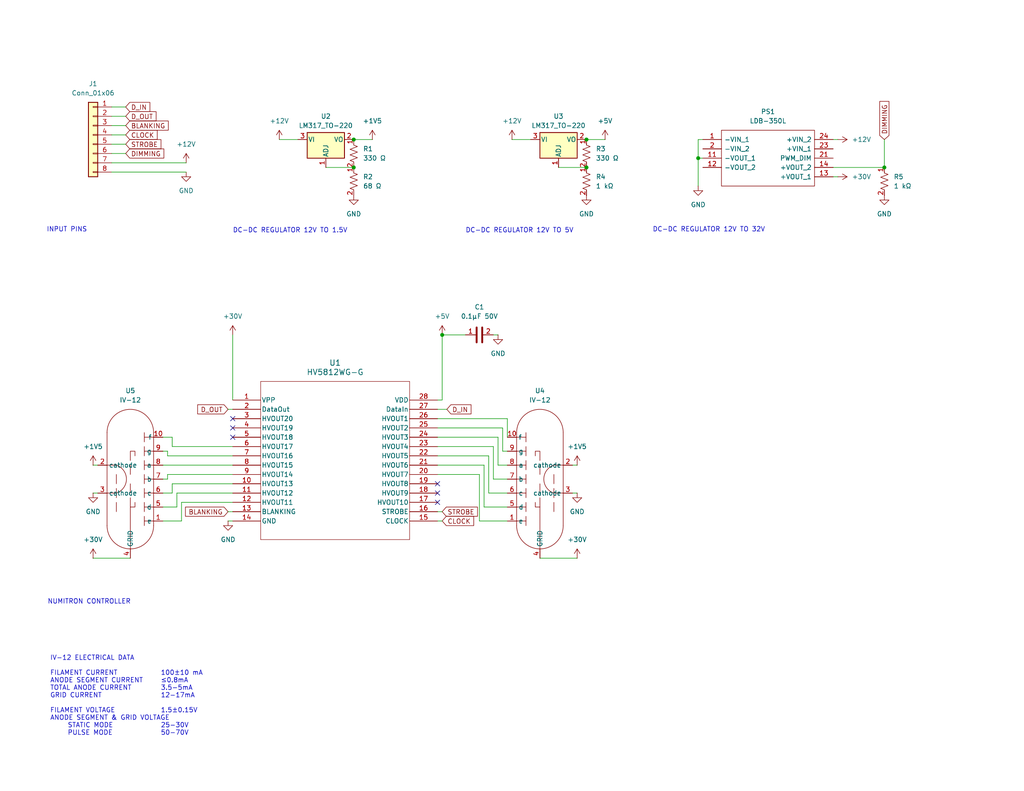
<source format=kicad_sch>
(kicad_sch (version 20231120) (generator "eeschema") (generator_version "8.0")
  (paper "USLetter")
  (title_block (title "IV-12 NUMITRON DRIVER") (rev "1") (company "AL LEVINE"))
  (lib_symbols
    (symbol "Connector_Generic:Conn_01x08" (pin_names (offset 1.016) hide)
      (property "Reference" "J" (at 0 10.16 0))
      (property "Value" "Conn_01x08" (at 0 -12.7 0))
      (symbol "Conn_01x08_1_1"
        (rectangle (start -1.27 -10.033) (end 0 -10.287) (stroke (width 0.1524)))
        (rectangle (start -1.27 -7.493) (end 0 -7.747) (stroke (width 0.1524)))
        (rectangle (start -1.27 -4.953) (end 0 -5.207) (stroke (width 0.1524)))
        (rectangle (start -1.27 -2.413) (end 0 -2.667) (stroke (width 0.1524)))
        (rectangle (start -1.27 0.127) (end 0 -0.127) (stroke (width 0.1524)))
        (rectangle (start -1.27 2.667) (end 0 2.413) (stroke (width 0.1524)))
        (rectangle (start -1.27 5.207) (end 0 4.953) (stroke (width 0.1524)))
        (rectangle (start -1.27 7.747) (end 0 7.493) (stroke (width 0.1524)))
        (rectangle (start -1.27 8.89) (end 1.27 -11.43) (stroke (width 0.254)) (fill (type background)))
        (pin passive line (at -5.08 7.62 0) (length 3.81) (name "Pin_1") (number "1"))
        (pin passive line (at -5.08 5.08 0) (length 3.81) (name "Pin_2") (number "2"))
        (pin passive line (at -5.08 2.54 0) (length 3.81) (name "Pin_3") (number "3"))
        (pin passive line (at -5.08 0 0) (length 3.81) (name "Pin_4") (number "4"))
        (pin passive line (at -5.08 -2.54 0) (length 3.81) (name "Pin_5") (number "5"))
        (pin passive line (at -5.08 -5.08 0) (length 3.81) (name "Pin_6") (number "6"))
        (pin passive line (at -5.08 -7.62 0) (length 3.81) (name "Pin_7") (number "7"))
        (pin passive line (at -5.08 -10.16 0) (length 3.81) (name "Pin_8") (number "8"))
      )
    )
    (symbol "Device:C" (pin_names (offset 0.254))
      (property "Reference" "C" (at 0.635 2.54 0))
      (property "Value" "C" (at 0.635 -2.54 0))
      (symbol "C_0_1"
        (polyline (pts (xy -2.032 -0.762) (xy 2.032 -0.762)) (stroke (width 0.508)))
        (polyline (pts (xy -2.032 0.762) (xy 2.032 0.762)) (stroke (width 0.508)))
      )
      (symbol "C_1_1"
        (pin passive line (at 0 3.81 270) (length 2.794) (name "~") (number "1"))
        (pin passive line (at 0 -3.81 90) (length 2.794) (name "~") (number "2"))
      )
    )
    (symbol "Device:R_US" (pin_names (offset 0))
      (property "Reference" "R" (at 2.54 0 90))
      (property "Value" "R_US" (at -2.54 0 90))
      (symbol "R_US_0_1"
        (polyline (pts (xy 0 -2.286) (xy 0 -2.54)))
        (polyline (pts (xy 0 2.286) (xy 0 2.54)))
        (polyline (pts (xy 0 -0.762) (xy 1.016 -1.143) (xy 0 -1.524) (xy -1.016 -1.905) (xy 0 -2.286)))
        (polyline (pts (xy 0 0.762) (xy 1.016 0.381) (xy 0 0) (xy -1.016 -0.381) (xy 0 -0.762)))
        (polyline (pts (xy 0 2.286) (xy 1.016 1.905) (xy 0 1.524) (xy -1.016 1.143) (xy 0 0.762)))
      )
      (symbol "R_US_1_1"
        (pin passive line (at 0 3.81 270) (length 1.27) (name "~") (number "1"))
        (pin passive line (at 0 -3.81 90) (length 1.27) (name "~") (number "2"))
      )
    )
    (symbol "NewSymbols:HV5812WG-G" (pin_names (offset 0.254))
      (property "Reference" "U" (at 27.94 10.16 0))
      (property "Value" "HV5812WG-G" (at 27.94 7.62 0))
      (symbol "HV5812WG-G_0_1"
        (polyline (pts (xy 7.62 -38.1) (xy 48.26 -38.1)) (stroke (width 0.127)))
        (polyline (pts (xy 7.62 5.08) (xy 7.62 -38.1)) (stroke (width 0.127)))
        (polyline (pts (xy 48.26 -38.1) (xy 48.26 5.08)) (stroke (width 0.127)))
        (polyline (pts (xy 48.26 5.08) (xy 7.62 5.08)) (stroke (width 0.127)))
        (pin power_in line (at 0 0 0) (length 7.62) (name "VPP") (number "1"))
        (pin output line (at 0 -22.86 0) (length 7.62) (name "HVOUT13") (number "10"))
        (pin output line (at 0 -25.4 0) (length 7.62) (name "HVOUT12") (number "11"))
        (pin output line (at 0 -27.94 0) (length 7.62) (name "HVOUT11") (number "12"))
        (pin unspecified line (at 0 -30.48 0) (length 7.62) (name "BLANKING") (number "13"))
        (pin power_out line (at 0 -33.02 0) (length 7.62) (name "GND") (number "14"))
        (pin unspecified line (at 55.88 -33.02 180) (length 7.62) (name "CLOCK") (number "15"))
        (pin unspecified line (at 55.88 -30.48 180) (length 7.62) (name "STROBE") (number "16"))
        (pin output line (at 55.88 -27.94 180) (length 7.62) (name "HVOUT10") (number "17"))
        (pin output line (at 55.88 -25.4 180) (length 7.62) (name "HVOUT9") (number "18"))
        (pin output line (at 55.88 -22.86 180) (length 7.62) (name "HVOUT8") (number "19"))
        (pin output line (at 0 -2.54 0) (length 7.62) (name "DataOut") (number "2"))
        (pin output line (at 55.88 -20.32 180) (length 7.62) (name "HVOUT7") (number "20"))
        (pin output line (at 55.88 -17.78 180) (length 7.62) (name "HVOUT6") (number "21"))
        (pin output line (at 55.88 -15.24 180) (length 7.62) (name "HVOUT5") (number "22"))
        (pin output line (at 55.88 -12.7 180) (length 7.62) (name "HVOUT4") (number "23"))
        (pin output line (at 55.88 -10.16 180) (length 7.62) (name "HVOUT3") (number "24"))
        (pin output line (at 55.88 -7.62 180) (length 7.62) (name "HVOUT2") (number "25"))
        (pin output line (at 55.88 -5.08 180) (length 7.62) (name "HVOUT1") (number "26"))
        (pin input line (at 55.88 -2.54 180) (length 7.62) (name "DataIn") (number "27"))
        (pin power_in line (at 55.88 0 180) (length 7.62) (name "VDD") (number "28"))
        (pin output line (at 0 -5.08 0) (length 7.62) (name "HVOUT20") (number "3"))
        (pin output line (at 0 -7.62 0) (length 7.62) (name "HVOUT19") (number "4"))
        (pin output line (at 0 -10.16 0) (length 7.62) (name "HVOUT18") (number "5"))
        (pin output line (at 0 -12.7 0) (length 7.62) (name "HVOUT17") (number "6"))
        (pin output line (at 0 -15.24 0) (length 7.62) (name "HVOUT16") (number "7"))
        (pin output line (at 0 -17.78 0) (length 7.62) (name "HVOUT15") (number "8"))
        (pin output line (at 0 -20.32 0) (length 7.62) (name "HVOUT14") (number "9"))
      )
    )
    (symbol "NewSymbols:IV-12"
      (property "Reference" "U" (at 0 -13.208 0))
      (symbol "IV-12_0_1"
        (arc (start -12.7 6.35) (mid -19.05 0) (end -12.7 -6.35))
        (polyline (pts (xy -12.7 -6.35) (xy 12.7 -6.35)))
        (polyline (pts (xy -12.7 6.35) (xy 12.7 6.35)))
        (polyline (pts (xy -11.43 3.81) (xy -11.43 6.35)))
        (polyline (pts (xy -10.16 3.81) (xy -12.7 3.81)))
        (polyline (pts (xy -7.62 0) (xy -19.05 0)))
        (polyline (pts (xy -7.62 3.81) (xy -7.62 6.35)))
        (polyline (pts (xy -6.35 -3.81) (xy -8.89 -3.81)))
        (polyline (pts (xy -6.35 3.81) (xy -8.89 3.81)))
        (polyline (pts (xy -3.81 -3.81) (xy -3.81 -6.35)))
        (polyline (pts (xy -3.81 3.81) (xy -3.81 6.35)))
        (polyline (pts (xy -2.54 -3.81) (xy -5.08 -3.81)))
        (polyline (pts (xy -2.54 3.81) (xy -5.08 3.81)))
        (polyline (pts (xy -1.27 -3.81) (xy 1.27 -3.81)))
        (polyline (pts (xy -1.27 0) (xy -3.81 0)))
        (polyline (pts (xy -1.27 3.81) (xy 1.27 3.81)))
        (polyline (pts (xy 0 3.81) (xy 0 6.35)))
        (polyline (pts (xy 1.27 0) (xy 3.81 0)))
        (polyline (pts (xy 2.54 3.81) (xy 5.08 3.81)))
        (polyline (pts (xy 3.81 -3.81) (xy 3.81 -6.35)))
        (polyline (pts (xy 3.81 3.81) (xy 3.81 6.35)))
        (polyline (pts (xy 6.35 3.81) (xy 8.89 3.81)))
        (polyline (pts (xy 7.62 3.81) (xy 7.62 6.35)))
        (polyline (pts (xy 10.16 3.81) (xy 12.7 3.81)))
        (polyline (pts (xy 11.43 3.81) (xy 11.43 6.35)))
        (polyline (pts (xy -5.08 0) (xy -7.62 0) (xy -7.62 1.27) (xy -6.35 1.27)))
        (polyline (pts (xy 5.08 0) (xy 7.62 0) (xy 7.62 1.27) (xy 6.35 1.27)))
        (arc (start 3.81 -3.81) (mid 0 -1.0639) (end -3.81 -3.81))
        (arc (start 12.7 -6.35) (mid 19.05 0) (end 12.7 6.35))
      )
      (symbol "IV-12_1_1"
        (pin input line (at -11.43 8.89 270) (length 2.54) (name "e") (number "1"))
        (pin input line (at 11.43 8.89 270) (length 2.54) (name "f") (number "10"))
        (pin power_in line (at 3.81 -8.89 90) (length 2.54) (name "cathode") (number "2"))
        (pin power_in line (at -3.81 -8.89 90) (length 2.54) (name "cathode") (number "3"))
        (pin input line (at -21.59 0 0) (length 2.54) (name "GRID") (number "4"))
        (pin input line (at -7.62 8.89 270) (length 2.54) (name "d") (number "5"))
        (pin input line (at -3.81 8.89 270) (length 2.54) (name "c") (number "6"))
        (pin input line (at 0 8.89 270) (length 2.54) (name "b") (number "7"))
        (pin input line (at 3.81 8.89 270) (length 2.54) (name "a") (number "8"))
        (pin input line (at 7.62 8.89 270) (length 2.54) (name "g") (number "9"))
      )
    )
    (symbol "NewSymbols:LDB-600L" (pin_names (offset 0.762))
      (property "Reference" "PS" (at 31.75 7.62 0))
      (property "Value" "LDB-600L" (at 31.75 5.08 0))
      (symbol "LDB-600L_0_0"
        (pin passive line (at 0 0 0) (length 5.08) (name "-VIN_1") (number "1"))
        (pin passive line (at 0 -5.08 0) (length 5.08) (name "-VOUT_1") (number "11"))
        (pin passive line (at 0 -7.62 0) (length 5.08) (name "-VOUT_2") (number "12"))
        (pin passive line (at 35.56 -10.16 180) (length 5.08) (name "+VOUT_1") (number "13"))
        (pin passive line (at 35.56 -7.62 180) (length 5.08) (name "+VOUT_2") (number "14"))
        (pin passive line (at 0 -2.54 0) (length 5.08) (name "-VIN_2") (number "2"))
        (pin passive line (at 35.56 -5.08 180) (length 5.08) (name "PWM_DIM") (number "21"))
        (pin passive line (at 35.56 -2.54 180) (length 5.08) (name "+VIN_1") (number "23"))
        (pin passive line (at 35.56 0 180) (length 5.08) (name "+VIN_2") (number "24"))
      )
      (symbol "LDB-600L_0_1"
        (polyline (pts (xy 5.08 2.54) (xy 30.48 2.54) (xy 30.48 -12.7) (xy 5.08 -12.7) (xy 5.08 2.54)) (stroke (width 0.1524)))
      )
    )
    (symbol "R_US_1" (pin_names (offset 0))
      (property "Reference" "R" (at 2.54 0 90))
      (property "Value" "R_US" (at -2.54 0 90))
      (symbol "R_US_1_0_1"
        (polyline (pts (xy 0 -2.286) (xy 0 -2.54)))
        (polyline (pts (xy 0 2.286) (xy 0 2.54)))
        (polyline (pts (xy 0 -0.762) (xy 1.016 -1.143) (xy 0 -1.524) (xy -1.016 -1.905) (xy 0 -2.286)))
        (polyline (pts (xy 0 0.762) (xy 1.016 0.381) (xy 0 0) (xy -1.016 -0.381) (xy 0 -0.762)))
        (polyline (pts (xy 0 2.286) (xy 1.016 1.905) (xy 0 1.524) (xy -1.016 1.143) (xy 0 0.762)))
      )
      (symbol "R_US_1_1_1"
        (pin passive line (at 0 3.81 270) (length 1.27) (name "~") (number "1"))
        (pin passive line (at 0 -3.81 90) (length 1.27) (name "~") (number "2"))
      )
    )
    (symbol "R_US_2" (pin_names (offset 0))
      (property "Reference" "R" (at 2.54 0 90))
      (property "Value" "R_US" (at -2.54 0 90))
      (symbol "R_US_2_0_1"
        (polyline (pts (xy 0 -2.286) (xy 0 -2.54)))
        (polyline (pts (xy 0 2.286) (xy 0 2.54)))
        (polyline (pts (xy 0 -0.762) (xy 1.016 -1.143) (xy 0 -1.524) (xy -1.016 -1.905) (xy 0 -2.286)))
        (polyline (pts (xy 0 0.762) (xy 1.016 0.381) (xy 0 0) (xy -1.016 -0.381) (xy 0 -0.762)))
        (polyline (pts (xy 0 2.286) (xy 1.016 1.905) (xy 0 1.524) (xy -1.016 1.143) (xy 0 0.762)))
      )
      (symbol "R_US_2_1_1"
        (pin passive line (at 0 3.81 270) (length 1.27) (name "~") (number "1"))
        (pin passive line (at 0 -3.81 90) (length 1.27) (name "~") (number "2"))
      )
    )
    (symbol "R_US_3" (pin_names (offset 0))
      (property "Reference" "R" (at 2.54 0 90))
      (property "Value" "R_US" (at -2.54 0 90))
      (symbol "R_US_3_0_1"
        (polyline (pts (xy 0 -2.286) (xy 0 -2.54)))
        (polyline (pts (xy 0 2.286) (xy 0 2.54)))
        (polyline (pts (xy 0 -0.762) (xy 1.016 -1.143) (xy 0 -1.524) (xy -1.016 -1.905) (xy 0 -2.286)))
        (polyline (pts (xy 0 0.762) (xy 1.016 0.381) (xy 0 0) (xy -1.016 -0.381) (xy 0 -0.762)))
        (polyline (pts (xy 0 2.286) (xy 1.016 1.905) (xy 0 1.524) (xy -1.016 1.143) (xy 0 0.762)))
      )
      (symbol "R_US_3_1_1"
        (pin passive line (at 0 3.81 270) (length 1.27) (name "~") (number "1"))
        (pin passive line (at 0 -3.81 90) (length 1.27) (name "~") (number "2"))
      )
    )
    (symbol "Regulator_Linear:LM317_TO-220" (pin_names (offset 0.254))
      (property "Reference" "U" (at -3.81 3.175 0))
      (property "Value" "LM317_TO-220" (at 0 3.175 0))
      (symbol "LM317_TO-220_0_1"
        (rectangle (start -5.08 1.905) (end 5.08 -5.08) (stroke (width 0.254)) (fill (type background)))
      )
      (symbol "LM317_TO-220_1_1"
        (pin input line (at 0 -7.62 90) (length 2.54) (name "ADJ") (number "1"))
        (pin power_out line (at 7.62 0 180) (length 2.54) (name "VO") (number "2"))
        (pin power_in line (at -7.62 0 0) (length 2.54) (name "VI") (number "3"))
      )
    )
    (symbol "power:+12V" (power) (pin_numbers hide) (pin_names (offset 0) hide)
      (property "Value" "+12V" (at 0 3.556 0))
      (symbol "+12V_0_1"
        (polyline (pts (xy -0.762 1.27) (xy 0 2.54)))
        (polyline (pts (xy 0 0) (xy 0 2.54)))
        (polyline (pts (xy 0 2.54) (xy 0.762 1.27)))
      )
      (symbol "+12V_1_1"
        (pin power_in line (at 0 0 90) (length 0) (name "~") (number "1"))
      )
    )
    (symbol "power:+1V5" (power) (pin_numbers hide) (pin_names (offset 0) hide)
      (property "Value" "+1V5" (at 0 3.556 0))
      (symbol "+1V5_0_1"
        (polyline (pts (xy -0.762 1.27) (xy 0 2.54)))
        (polyline (pts (xy 0 0) (xy 0 2.54)))
        (polyline (pts (xy 0 2.54) (xy 0.762 1.27)))
      )
      (symbol "+1V5_1_1"
        (pin power_in line (at 0 0 90) (length 0) (name "~") (number "1"))
      )
    )
    (symbol "power:+24V" (power) (pin_numbers hide) (pin_names (offset 0) hide)
      (property "Value" "+24V" (at 0 3.556 0))
      (symbol "+24V_0_1"
        (polyline (pts (xy -0.762 1.27) (xy 0 2.54)))
        (polyline (pts (xy 0 0) (xy 0 2.54)))
        (polyline (pts (xy 0 2.54) (xy 0.762 1.27)))
      )
      (symbol "+24V_1_1"
        (pin power_in line (at 0 0 90) (length 0) (name "~") (number "1"))
      )
    )
    (symbol "power:+36V" (power) (pin_numbers hide) (pin_names (offset 0) hide)
      (property "Value" "+36V" (at 0 3.556 0))
      (symbol "+36V_0_1"
        (polyline (pts (xy -0.762 1.27) (xy 0 2.54)))
        (polyline (pts (xy 0 0) (xy 0 2.54)))
        (polyline (pts (xy 0 2.54) (xy 0.762 1.27)))
      )
      (symbol "+36V_1_1"
        (pin power_in line (at 0 0 90) (length 0) (name "~") (number "1"))
      )
    )
    (symbol "power:+5V" (power) (pin_numbers hide) (pin_names (offset 0) hide)
      (property "Value" "+5V" (at 0 3.556 0))
      (symbol "+5V_0_1"
        (polyline (pts (xy -0.762 1.27) (xy 0 2.54)))
        (polyline (pts (xy 0 0) (xy 0 2.54)))
        (polyline (pts (xy 0 2.54) (xy 0.762 1.27)))
      )
      (symbol "+5V_1_1"
        (pin power_in line (at 0 0 90) (length 0) (name "~") (number "1"))
      )
    )
    (symbol "power:GND" (power) (pin_numbers hide) (pin_names (offset 0) hide)
      (property "Value" "GND" (at 0 -3.81 0))
      (symbol "GND_0_1"
        (polyline (pts (xy 0 0) (xy 0 -1.27) (xy 1.27 -1.27) (xy 0 -2.54) (xy -1.27 -1.27) (xy 0 -1.27)))
      )
      (symbol "GND_1_1"
        (pin power_in line (at 0 0 270) (length 0) (name "~") (number "1"))
      )
    )
  )
  (junction (at 241.3 45.72))
  (junction (at 160.02 45.72))
  (junction (at 190.5 43.18))
  (junction (at 96.52 45.72))
  (junction (at 96.52 38.1))
  (junction (at 120.65 91.44))
  (junction (at 160.02 38.1))
  (no_connect (at 119.38 132.08))
  (no_connect (at 63.5 114.3))
  (no_connect (at 119.38 134.62))
  (no_connect (at 119.38 137.16))
  (no_connect (at 63.5 119.38))
  (no_connect (at 63.5 116.84))
  (wire (pts (xy 63.5 137.16) (xy 49.53 137.16)))
  (wire (pts (xy 30.48 36.83) (xy 34.29 36.83)))
  (wire (pts (xy 35.56 152.4) (xy 25.4 152.4)))
  (wire (pts (xy 101.6 38.1) (xy 96.52 38.1)))
  (wire (pts (xy 119.38 114.3) (xy 138.43 114.3)))
  (wire (pts (xy 227.33 38.1) (xy 228.6 38.1)))
  (wire (pts (xy 152.4 45.72) (xy 160.02 45.72)))
  (wire (pts (xy 26.67 127) (xy 25.4 127)))
  (wire (pts (xy 190.5 38.1) (xy 190.5 43.18)))
  (wire (pts (xy 135.89 127) (xy 135.89 119.38)))
  (wire (pts (xy 138.43 127) (xy 135.89 127)))
  (wire (pts (xy 46.99 119.38) (xy 44.45 119.38)))
  (wire (pts (xy 227.33 48.26) (xy 228.6 48.26)))
  (wire (pts (xy 81.28 38.1) (xy 76.2 38.1)))
  (wire (pts (xy 120.65 91.44) (xy 127 91.44)))
  (wire (pts (xy 138.43 119.38) (xy 138.43 114.3)))
  (wire (pts (xy 132.08 138.43) (xy 138.43 138.43)))
  (wire (pts (xy 138.43 134.62) (xy 133.35 134.62)))
  (wire (pts (xy 30.48 34.29) (xy 34.29 34.29)))
  (wire (pts (xy 191.77 43.18) (xy 190.5 43.18)))
  (wire (pts (xy 46.99 121.92) (xy 63.5 121.92)))
  (wire (pts (xy 45.72 130.81) (xy 44.45 130.81)))
  (wire (pts (xy 119.38 127) (xy 132.08 127)))
  (wire (pts (xy 46.99 132.08) (xy 63.5 132.08)))
  (wire (pts (xy 138.43 142.24) (xy 130.81 142.24)))
  (wire (pts (xy 137.16 116.84) (xy 137.16 123.19)))
  (wire (pts (xy 227.33 45.72) (xy 241.3 45.72)))
  (wire (pts (xy 144.78 38.1) (xy 139.7 38.1)))
  (wire (pts (xy 45.72 129.54) (xy 45.72 130.81)))
  (wire (pts (xy 147.32 152.4) (xy 157.48 152.4)))
  (wire (pts (xy 30.48 44.45) (xy 50.8 44.45)))
  (wire (pts (xy 241.3 38.1) (xy 241.3 45.72)))
  (wire (pts (xy 46.99 119.38) (xy 46.99 121.92)))
  (wire (pts (xy 120.65 109.22) (xy 119.38 109.22)))
  (wire (pts (xy 157.48 134.62) (xy 156.21 134.62)))
  (wire (pts (xy 49.53 137.16) (xy 49.53 142.24)))
  (wire (pts (xy 44.45 127) (xy 63.5 127)))
  (wire (pts (xy 134.62 121.92) (xy 134.62 130.81)))
  (wire (pts (xy 62.23 139.7) (xy 63.5 139.7)))
  (wire (pts (xy 121.92 111.76) (xy 119.38 111.76)))
  (wire (pts (xy 30.48 29.21) (xy 34.29 29.21)))
  (wire (pts (xy 62.23 142.24) (xy 63.5 142.24)))
  (wire (pts (xy 48.26 134.62) (xy 48.26 138.43)))
  (wire (pts (xy 156.21 127) (xy 157.48 127)))
  (wire (pts (xy 46.99 134.62) (xy 46.99 132.08)))
  (wire (pts (xy 63.5 129.54) (xy 45.72 129.54)))
  (wire (pts (xy 119.38 116.84) (xy 137.16 116.84)))
  (wire (pts (xy 133.35 134.62) (xy 133.35 124.46)))
  (wire (pts (xy 88.9 45.72) (xy 96.52 45.72)))
  (wire (pts (xy 49.53 142.24) (xy 44.45 142.24)))
  (wire (pts (xy 44.45 123.19) (xy 45.72 123.19)))
  (wire (pts (xy 48.26 138.43) (xy 44.45 138.43)))
  (wire (pts (xy 45.72 124.46) (xy 63.5 124.46)))
  (wire (pts (xy 132.08 127) (xy 132.08 138.43)))
  (wire (pts (xy 190.5 43.18) (xy 190.5 50.8)))
  (wire (pts (xy 30.48 39.37) (xy 34.29 39.37)))
  (wire (pts (xy 134.62 130.81) (xy 138.43 130.81)))
  (wire (pts (xy 120.65 139.7) (xy 119.38 139.7)))
  (wire (pts (xy 30.48 31.75) (xy 34.29 31.75)))
  (wire (pts (xy 30.48 46.99) (xy 50.8 46.99)))
  (wire (pts (xy 25.4 134.62) (xy 26.67 134.62)))
  (wire (pts (xy 120.65 142.24) (xy 119.38 142.24)))
  (wire (pts (xy 63.5 134.62) (xy 48.26 134.62)))
  (wire (pts (xy 190.5 38.1) (xy 191.77 38.1)))
  (wire (pts (xy 130.81 142.24) (xy 130.81 129.54)))
  (wire (pts (xy 130.81 129.54) (xy 119.38 129.54)))
  (wire (pts (xy 44.45 134.62) (xy 46.99 134.62)))
  (wire (pts (xy 62.23 111.76) (xy 63.5 111.76)))
  (wire (pts (xy 137.16 123.19) (xy 138.43 123.19)))
  (wire (pts (xy 133.35 124.46) (xy 119.38 124.46)))
  (wire (pts (xy 119.38 119.38) (xy 135.89 119.38)))
  (wire (pts (xy 165.1 38.1) (xy 160.02 38.1)))
  (wire (pts (xy 134.62 91.44) (xy 135.89 91.44)))
  (wire (pts (xy 120.65 91.44) (xy 120.65 109.22)))
  (wire (pts (xy 119.38 121.92) (xy 134.62 121.92)))
  (wire (pts (xy 63.5 91.44) (xy 63.5 109.22)))
  (wire (pts (xy 30.48 41.91) (xy 34.29 41.91)))
  (wire (pts (xy 45.72 123.19) (xy 45.72 124.46)))
  (text_box "IV-12 ELECTRICAL DATA\n\nFILAMENT CURRENT		100±10 mA\nANODE SEGMENT CURRENT	≤0.8mA\nTOTAL ANODE CURRENT		3.5-5mA\nGRID CURRENT			12-17mA\n\nFILAMENT VOLTAGE		1.5±0.15V\nANODE SEGMENT & GRID VOLTAGE\n	STATIC MODE			25-30V\n	PULSE MODE			50-70V" (at 12.7 177.8 0) (size 50.8 25.4) (stroke (width -0.0001)) (effects (font (size 1.27 1.27)) (justify left top)))
  (text "INPUT PINS" (at 12.7 63.5 0) (effects (font (size 1.27 1.27)) (justify left bottom)))
  (text "DC-DC REGULATOR 12V TO 1.5V" (at 63.5 63.754 0) (effects (font (size 1.27 1.27)) (justify left bottom)))
  (text "DC-DC REGULATOR 12V TO 32V" (at 178.054 63.5 0) (effects (font (size 1.27 1.27)) (justify left bottom)))
  (text "DC-DC REGULATOR 12V TO 5V" (at 127 63.754 0) (effects (font (size 1.27 1.27)) (justify left bottom)))
  (text "NUMITRON CONTROLLER" (at 12.954 165.1 0) (effects (font (size 1.27 1.27)) (justify left bottom)))
  (global_label "D_OUT" (shape input) (at 34.29 31.75 0) (property "Intersheetrefs" "${INTERSHEET_REFS}" (effects (hide yes))))
  (global_label "CLOCK" (shape input) (at 34.29 36.83 0) (property "Intersheetrefs" "${INTERSHEET_REFS}" (effects (hide yes))))
  (global_label "STROBE" (shape input) (at 120.65 139.7 0) (property "Intersheetrefs" "${INTERSHEET_REFS}" (effects (hide yes))))
  (global_label "STROBE" (shape input) (at 34.29 39.37 0) (property "Intersheetrefs" "${INTERSHEET_REFS}" (effects (hide yes))))
  (global_label "DIMMING" (shape input) (at 34.29 41.91 0) (property "Intersheetrefs" "${INTERSHEET_REFS}" (effects (hide yes))))
  (global_label "D_OUT" (shape input) (at 62.23 111.76 180) (property "Intersheetrefs" "${INTERSHEET_REFS}" (effects (hide yes))))
  (global_label "BLANKING" (shape input) (at 34.29 34.29 0) (property "Intersheetrefs" "${INTERSHEET_REFS}" (effects (hide yes))))
  (global_label "DIMMING" (shape input) (at 241.3 38.1 90) (property "Intersheetrefs" "${INTERSHEET_REFS}" (effects (hide yes))))
  (global_label "CLOCK" (shape input) (at 120.65 142.24 0) (property "Intersheetrefs" "${INTERSHEET_REFS}" (effects (hide yes))))
  (global_label "BLANKING" (shape input) (at 62.23 139.7 180) (property "Intersheetrefs" "${INTERSHEET_REFS}" (effects (hide yes))))
  (global_label "D_IN" (shape input) (at 121.92 111.76 0) (property "Intersheetrefs" "${INTERSHEET_REFS}" (effects (hide yes))))
  (global_label "D_IN" (shape input) (at 34.29 29.21 0) (property "Intersheetrefs" "${INTERSHEET_REFS}" (effects (hide yes))))
  (symbol (lib_name "R_US_2") (lib_id "Device:R_US") (at 160.02 49.53 0) (unit 1)
    (property "Reference" "R4" (at 162.56 48.2599 0) (effects (justify left)))
    (property "Value" "1 kΩ" (at 162.56 50.7999 0) (effects (justify left)))
    (property "Footprint" "Resistor_SMD:R_1206_3216Metric_Pad1.30x1.75mm_HandSolder" (effects (hide yes)))
    (property "Datasheet" "https://www.vishay.com/docs/20035/dcrcwe3.pdf" (effects (hide yes)))
    (property "Description" "RES SMD 1K OHM 1% 1/4W 1206" (effects (hide yes)))
    (property "MFR" "Vishay Dale" (effects (hide yes)))
    (property "Part No" "CRCW040248R7FKED" (effects (hide yes)))
    (property "Manufacturer_Name" "Vishay Dale" (effects (hide yes)))
    (property "Manufacturer_Part_Number" "CRCW12061K00FKEA" (effects (hide yes)))
  )
  (symbol (lib_id "power:+36V") (at 228.6 48.26 270) (unit 1)
    (property "Reference" "#PWR021" (effects (hide yes)))
    (property "Value" "+30V" (at 232.41 48.2599 90) (effects (justify left)))
    (property "Description" "Power symbol creates a global label with name \"+36V\"" (effects (hide yes)))
  )
  (symbol (lib_id "Regulator_Linear:LM317_TO-220") (at 88.9 38.1 0) (unit 1)
    (property "Reference" "U2" (at 88.9 31.75 0))
    (property "Value" "LM317_TO-220" (at 88.9 34.29 0))
    (property "Footprint" "Package_TO_SOT_THT:TO-220-3_Vertical" (effects (hide yes)))
    (property "Datasheet" "http://www.ti.com/lit/ds/symlink/lm317.pdf" (effects (hide yes)))
    (property "Description" "IC REG LIN POS ADJ 1.5A TO220-3" (effects (hide yes)))
    (property "MFR" "Texas Instruments" (effects (hide yes)))
    (property "Part No" "LM317TNS/NOPB-ND" (effects (hide yes)))
    (property "Manufacturer_Name" "Texas Instruments" (effects (hide yes)))
    (property "Manufacturer_Part_Number" "LM317TNS/NOPB-ND" (effects (hide yes)))
  )
  (symbol (lib_id "NewSymbols:HV5812WG-G") (at 63.5 109.22 0) (unit 1)
    (property "Reference" "U1" (at 91.44 99.06 0) (effects (font (size 1.524 1.524))))
    (property "Value" "HV5812WG-G" (at 91.44 101.6 0) (effects (font (size 1.524 1.524))))
    (property "Footprint" "NewFootprints:SOW28_17P90X7P50_MCH" (effects (hide yes)))
    (property "Datasheet" "https://ww1.microchip.com/downloads/aemDocuments/documents/OTH/ProductDocuments/DataSheets/20005629A.pdf" (effects (hide yes)))
    (property "Description" "IC DISPLAY DVR 20CH 80V 28SOIC" (effects (hide yes)))
    (property "MFR" "Microchip Technology" (effects (hide yes)))
    (property "Part No" "HV5812WG-G" (effects (hide yes)))
    (property "Manufacturer_Name" "Microchip Technology" (effects (hide yes)))
    (property "Manufacturer_Part_Number" "HV5812WG-G" (effects (hide yes)))
  )
  (symbol (lib_id "power:+24V") (at 157.48 152.4 0) (mirror y) (unit 1)
    (property "Reference" "#PWR08" (effects (hide yes)))
    (property "Value" "+30V" (at 157.48 147.32 0))
    (property "Description" "Power symbol creates a global label with name \"+24V\"" (effects (hide yes)))
  )
  (symbol (lib_id "power:GND") (at 50.8 46.99 0) (unit 1)
    (property "Reference" "#PWR01" (effects (hide yes)))
    (property "Value" "GND" (at 50.8 52.07 0))
    (property "Description" "Power symbol creates a global label with name \"GND\" , ground" (effects (hide yes)))
  )
  (symbol (lib_id "Device:R_US") (at 96.52 49.53 0) (unit 1)
    (property "Reference" "R2" (at 99.06 48.2599 0) (effects (justify left)))
    (property "Value" "68 Ω" (at 99.06 50.7999 0) (effects (justify left)))
    (property "Footprint" "Resistor_SMD:R_1206_3216Metric_Pad1.30x1.75mm_HandSolder" (effects (hide yes)))
    (property "Datasheet" "https://www.vishay.com/docs/20035/dcrcwe3.pdf" (effects (hide yes)))
    (property "Description" "RES SMD 68 OHM 1% 1/4W 1206" (effects (hide yes)))
    (property "MFR" "Vishay Dale" (effects (hide yes)))
    (property "Part No" "CRCW040248R7FKED" (effects (hide yes)))
    (property "Manufacturer_Name" "Vishay Dale" (effects (hide yes)))
    (property "Manufacturer_Part_Number" "CRCW120668R0FKEA" (effects (hide yes)))
  )
  (symbol (lib_id "power:+12V") (at 139.7 38.1 0) (unit 1)
    (property "Reference" "#PWR015" (effects (hide yes)))
    (property "Value" "+12V" (at 139.7 33.02 0))
    (property "Description" "Power symbol creates a global label with name \"+12V\"" (effects (hide yes)))
  )
  (symbol (lib_id "power:+5V") (at 165.1 38.1 0) (unit 1)
    (property "Reference" "#PWR018" (effects (hide yes)))
    (property "Value" "+5V" (at 165.1 33.02 0))
    (property "Description" "Power symbol creates a global label with name \"+5V\"" (effects (hide yes)))
  )
  (symbol (lib_id "power:+1V5") (at 101.6 38.1 0) (unit 1)
    (property "Reference" "#PWR014" (effects (hide yes)))
    (property "Value" "+1V5" (at 101.6 33.02 0))
    (property "Description" "Power symbol creates a global label with name \"+1V5\"" (effects (hide yes)))
  )
  (symbol (lib_id "power:+1V5") (at 25.4 127 0) (unit 1)
    (property "Reference" "#PWR011" (effects (hide yes)))
    (property "Value" "+1V5" (at 25.4 121.92 0))
    (property "Description" "Power symbol creates a global label with name \"+1V5\"" (effects (hide yes)))
  )
  (symbol (lib_name "R_US_3") (lib_id "Device:R_US") (at 96.52 41.91 0) (unit 1)
    (property "Reference" "R1" (at 99.06 40.6399 0) (effects (justify left)))
    (property "Value" "330 Ω" (at 99.06 43.1799 0) (effects (justify left)))
    (property "Footprint" "Resistor_SMD:R_1206_3216Metric_Pad1.30x1.75mm_HandSolder" (effects (hide yes)))
    (property "Datasheet" "https://www.vishay.com/docs/20035/dcrcwe3.pdf" (effects (hide yes)))
    (property "Description" "RES SMD 330 OHM 1% 1/4W 1206" (effects (hide yes)))
    (property "MFR" "Vishay Dale" (effects (hide yes)))
    (property "Part No" "CRCW0402240RFKED" (effects (hide yes)))
    (property "Manufacturer_Name" "Vishay Dale" (effects (hide yes)))
    (property "Manufacturer_Part_Number" "CRCW1206330RFKEA" (effects (hide yes)))
  )
  (symbol (lib_id "power:GND") (at 25.4 134.62 0) (unit 1)
    (property "Reference" "#PWR010" (effects (hide yes)))
    (property "Value" "GND" (at 25.4 139.7 0))
    (property "Description" "Power symbol creates a global label with name \"GND\" , ground" (effects (hide yes)))
  )
  (symbol (lib_id "power:+24V") (at 25.4 152.4 0) (unit 1)
    (property "Reference" "#PWR013" (effects (hide yes)))
    (property "Value" "+30V" (at 25.4 147.32 0))
    (property "Description" "Power symbol creates a global label with name \"+24V\"" (effects (hide yes)))
  )
  (symbol (lib_id "power:+12V") (at 228.6 38.1 270) (unit 1)
    (property "Reference" "#PWR019" (effects (hide yes)))
    (property "Value" "+12V" (at 232.41 38.0999 90) (effects (justify left)))
    (property "Description" "Power symbol creates a global label with name \"+12V\"" (effects (hide yes)))
  )
  (symbol (lib_id "power:GND") (at 62.23 142.24 0) (unit 1)
    (property "Reference" "#PWR07" (effects (hide yes)))
    (property "Value" "GND" (at 62.23 147.32 0))
    (property "Description" "Power symbol creates a global label with name \"GND\" , ground" (effects (hide yes)))
  )
  (symbol (lib_id "power:GND") (at 135.89 91.44 0) (unit 1)
    (property "Reference" "#PWR09" (effects (hide yes)))
    (property "Value" "GND" (at 135.89 96.52 0))
    (property "Description" "Power symbol creates a global label with name \"GND\" , ground" (effects (hide yes)))
  )
  (symbol (lib_id "Device:C") (at 130.81 91.44 90) (unit 1)
    (property "Reference" "C1" (at 130.81 83.82 90))
    (property "Value" "0.1μF 50V" (at 130.81 86.36 90))
    (property "Footprint" "Capacitor_SMD:C_1206_3216Metric_Pad1.33x1.80mm_HandSolder" (effects (hide yes)))
    (property "Datasheet" "https://mm.digikey.com/Volume0/opasdata/d220001/medias/docus/1256/CL31B104KBCNNNC_Spec.pdf" (effects (hide yes)))
    (property "Description" "CAP CER 0.1UF 50V X7R 1206" (effects (hide yes)))
    (property "Manufacturer_Name" "Samsung Electro-Mechanics" (effects (hide yes)))
    (property "Manufacturer_Part_Number" "CL31B104KBCNNNC" (effects (hide yes)))
  )
  (symbol (lib_id "power:GND") (at 157.48 134.62 0) (unit 1)
    (property "Reference" "#PWR04" (effects (hide yes)))
    (property "Value" "GND" (at 157.48 139.7 0))
    (property "Description" "Power symbol creates a global label with name \"GND\" , ground" (effects (hide yes)))
  )
  (symbol (lib_id "power:+12V") (at 50.8 44.45 0) (unit 1)
    (property "Reference" "#PWR02" (effects (hide yes)))
    (property "Value" "+12V" (at 50.8 39.37 0))
    (property "Description" "Power symbol creates a global label with name \"+12V\"" (effects (hide yes)))
  )
  (symbol (lib_id "NewSymbols:IV-12") (at 35.56 130.81 270) (mirror x) (unit 1) (in_bom no)
    (property "Reference" "U5" (at 35.56 106.68 90))
    (property "Value" "IV-12" (at 35.56 109.22 90))
    (property "Footprint" "NewFootprints:iv-12" (effects (hide yes)))
  )
  (symbol (lib_id "Connector_Generic:Conn_01x08") (at 25.4 36.83 0) (mirror y) (unit 1)
    (property "Reference" "J1" (at 25.4 22.86 0))
    (property "Value" "Conn_01x06" (at 25.4 25.4 0))
    (property "Footprint" "NewFootprints:66100811722" (effects (hide yes)))
    (property "Datasheet" "https://www.we-online.com/katalog/datasheet/66100211722.pdf" (effects (hide yes)))
    (property "Description" "CONN HEADER R/A 8POS 2.54MM" (effects (hide yes)))
    (property "Manufacturer_Name" "Würth Elektronik" (effects (hide yes)))
    (property "Manufacturer_Part_Number" "66100811722" (effects (hide yes)))
  )
  (symbol (lib_id "power:GND") (at 160.02 53.34 0) (unit 1)
    (property "Reference" "#PWR016" (effects (hide yes)))
    (property "Value" "GND" (at 160.02 58.42 0))
    (property "Description" "Power symbol creates a global label with name \"GND\" , ground" (effects (hide yes)))
  )
  (symbol (lib_id "Regulator_Linear:LM317_TO-220") (at 152.4 38.1 0) (unit 1)
    (property "Reference" "U3" (at 152.4 31.75 0))
    (property "Value" "LM317_TO-220" (at 152.4 34.29 0))
    (property "Footprint" "Package_TO_SOT_THT:TO-220-3_Vertical" (effects (hide yes)))
    (property "Datasheet" "http://www.ti.com/lit/ds/symlink/lm317.pdf" (effects (hide yes)))
    (property "Description" "IC REG LIN POS ADJ 1.5A TO220-3" (effects (hide yes)))
    (property "MFR" "Texas Instruments" (effects (hide yes)))
    (property "Part No" "LM317TNS/NOPB-ND" (effects (hide yes)))
    (property "Manufacturer_Name" "Texas Instruments" (effects (hide yes)))
    (property "Manufacturer_Part_Number" "LM317TNS/NOPB-ND" (effects (hide yes)))
  )
  (symbol (lib_name "R_US_2") (lib_id "Device:R_US") (at 241.3 49.53 0) (unit 1)
    (property "Reference" "R5" (at 243.84 48.2599 0) (effects (justify left)))
    (property "Value" "1 kΩ" (at 243.84 50.7999 0) (effects (justify left)))
    (property "Footprint" "Resistor_SMD:R_1206_3216Metric_Pad1.30x1.75mm_HandSolder" (effects (hide yes)))
    (property "Datasheet" "https://www.vishay.com/docs/20035/dcrcwe3.pdf" (effects (hide yes)))
    (property "Description" "RES SMD 1K OHM 1% 1/4W 1206" (effects (hide yes)))
    (property "MFR" "Vishay Dale" (effects (hide yes)))
    (property "Part No" "CRCW040248R7FKED" (effects (hide yes)))
    (property "Manufacturer_Name" "Vishay Dale" (effects (hide yes)))
    (property "Manufacturer_Part_Number" "CRCW12061K00FKEA" (effects (hide yes)))
  )
  (symbol (lib_id "power:GND") (at 190.5 50.8 0) (unit 1)
    (property "Reference" "#PWR020" (effects (hide yes)))
    (property "Value" "GND" (at 190.5 55.88 0))
    (property "Description" "Power symbol creates a global label with name \"GND\" , ground" (effects (hide yes)))
  )
  (symbol (lib_id "power:+36V") (at 63.5 91.44 0) (unit 1)
    (property "Reference" "#PWR017" (effects (hide yes)))
    (property "Value" "+30V" (at 63.5 86.36 0))
    (property "Description" "Power symbol creates a global label with name \"+36V\"" (effects (hide yes)))
  )
  (symbol (lib_id "power:+5V") (at 120.65 91.44 0) (unit 1)
    (property "Reference" "#PWR05" (effects (hide yes)))
    (property "Value" "+5V" (at 120.65 86.36 0))
    (property "Description" "Power symbol creates a global label with name \"+5V\"" (effects (hide yes)))
  )
  (symbol (lib_name "R_US_1") (lib_id "Device:R_US") (at 160.02 41.91 0) (unit 1)
    (property "Reference" "R3" (at 162.56 40.6399 0) (effects (justify left)))
    (property "Value" "330 Ω" (at 162.56 43.1799 0) (effects (justify left)))
    (property "Footprint" "Resistor_SMD:R_1206_3216Metric_Pad1.30x1.75mm_HandSolder" (effects (hide yes)))
    (property "Datasheet" "https://www.vishay.com/docs/20035/dcrcwe3.pdf" (effects (hide yes)))
    (property "Description" "RES SMD 330 OHM 1% 1/4W 1206" (effects (hide yes)))
    (property "MFR" "Vishay Dale" (effects (hide yes)))
    (property "Part No" "CRCW0402240RFKED" (effects (hide yes)))
    (property "Manufacturer_Name" "Vishay Dale" (effects (hide yes)))
    (property "Manufacturer_Part_Number" "CRCW1206330RFKEA" (effects (hide yes)))
  )
  (symbol (lib_id "power:GND") (at 241.3 53.34 0) (unit 1)
    (property "Reference" "#PWR022" (effects (hide yes)))
    (property "Value" "GND" (at 241.3 58.42 0))
    (property "Description" "Power symbol creates a global label with name \"GND\" , ground" (effects (hide yes)))
  )
  (symbol (lib_id "power:+1V5") (at 157.48 127 0) (mirror y) (unit 1)
    (property "Reference" "#PWR06" (effects (hide yes)))
    (property "Value" "+1V5" (at 157.48 121.92 0))
    (property "Description" "Power symbol creates a global label with name \"+1V5\"" (effects (hide yes)))
  )
  (symbol (lib_id "NewSymbols:IV-12") (at 147.32 130.81 90) (unit 1) (in_bom no)
    (property "Reference" "U4" (at 147.32 106.68 90))
    (property "Value" "IV-12" (at 147.32 109.22 90))
    (property "Footprint" "NewFootprints:iv-12" (effects (hide yes)))
  )
  (symbol (lib_id "power:GND") (at 96.52 53.34 0) (unit 1)
    (property "Reference" "#PWR012" (effects (hide yes)))
    (property "Value" "GND" (at 96.52 58.42 0))
    (property "Description" "Power symbol creates a global label with name \"GND\" , ground" (effects (hide yes)))
  )
  (symbol (lib_id "power:+12V") (at 76.2 38.1 0) (unit 1)
    (property "Reference" "#PWR03" (effects (hide yes)))
    (property "Value" "+12V" (at 76.2 33.02 0))
    (property "Description" "Power symbol creates a global label with name \"+12V\"" (effects (hide yes)))
  )
  (symbol (lib_id "NewSymbols:LDB-600L") (at 191.77 38.1 0) (unit 1)
    (property "Reference" "PS1" (at 209.55 30.48 0))
    (property "Value" "LDB-350L" (at 209.55 33.02 0))
    (property "Footprint" "NewFootprints:LDB600L" (effects (hide yes)))
    (property "Datasheet" "https://www.meanwell.com/Upload/PDF/LDB-L/LDB-L-SPEC.PDF" (effects (hide yes)))
    (property "Description" "LED DVR CC BUCK-BST 2-40V 350MA" (effects (hide yes)))
    (property "Description_1" "350mA 2 ~ 40V Constant Current LED Driver Buck-Boost Topology 1 Output" (effects (hide yes)))
    (property "MFR" "MEAN WELL USA Inc." (effects (hide yes)))
    (property "Part No" "LDB-500L" (effects (hide yes)))
  )
)
</source>
